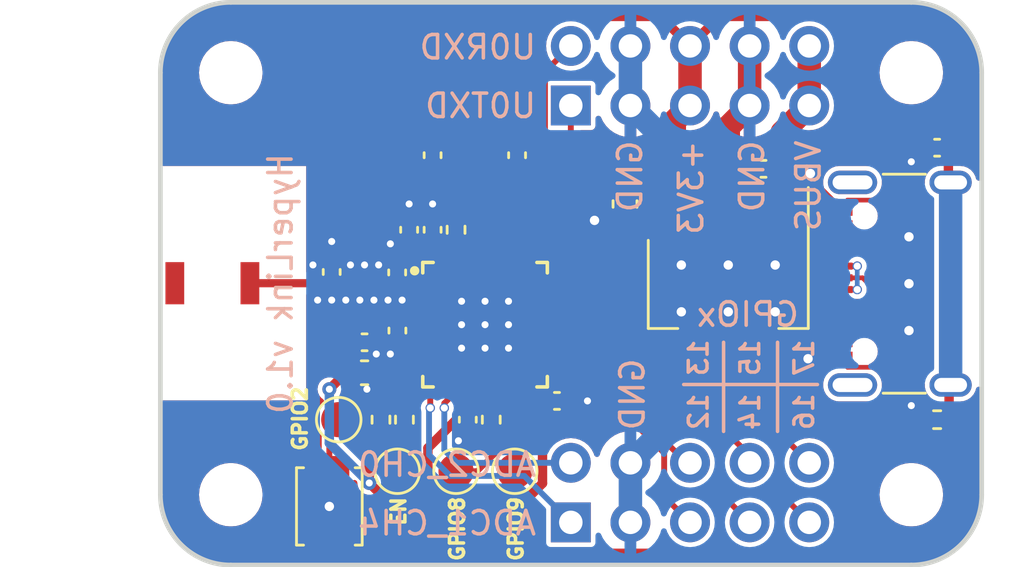
<source format=kicad_pcb>
(kicad_pcb (version 20221018) (generator pcbnew)
  (layers (0 "F.Cu" signal) (31 "B.Cu" signal) (34 "B.Paste" user) (35 "F.Paste" user) (36 "B.SilkS" user "B.Silkscreen") (37 "F.SilkS" user "F.Silkscreen") (38 "B.Mask" user) (39 "F.Mask" user) (44 "Edge.Cuts" user))
  (net 0 "")
  (net 1 "+3V3")
  (net 6 "VBUS")
  (net 7 "GND")
  (net 13 "/USB_D-")
  (net 14 "/USB_D+")
  (net 16 "/GPIO9")
  (net 17 "/GPIO2")
  (net 19 "/EN")
  (net 20 "/RF")
  (net 21 "/ANT")
  (net 22 "/SHIELD")
  (net 23 "/GPIO8")
  (net 24 "/XTAL_P")
  (net 25 "/XTAL_N")
  (net 26 "/XTAL_P_RES")
  (net 27 "/VDD3P3")
  (net 28 "/U0RXD")
  (net 29 "/U0TXD")
  (net 30 "/GPIO12")
  (net 31 "/GPIO13")
  (net 32 "/GPIO14")
  (net 33 "/GPIO15")
  (net 34 "/GPIO16")
  (net 35 "/GPIO17")
  (net 36 "/ADC1_CH4")
  (net 37 "/ADC2_CH0")
  (footprint "TestPoint:TestPoint_Pad_D1.5mm" (layer "F.Cu") (at 126.6 87.8)
    (fp_text reference "TP4" hide)
    (fp_text value "GPIO2" hide)
    (pad "1" smd circle (at 0 0) (size 1.5 1.5) (layers "F.Cu" "F.Mask") (net 17 "/GPIO2"))
  )
  (footprint "MountingHole:MountingHole_2.2mm_M2" (layer "F.Cu") (at 122 73)
    (fp_text reference "H3" hide)
    (fp_text value "MountingHole" hide)
    (pad "" np_thru_hole circle locked (at 0 0) (size 2.2 2.2) (drill 2.2) (layers "*.Cu" "*.Mask"))
  )
  (footprint "Resistor_SMD:R_0402_1005Metric" (layer "F.Cu") (at 129.4 87.8 90)
    (fp_text reference "R4" hide)
    (fp_text value "10k" hide)
    (pad "1" smd roundrect (at -0.51 0 90) (size 0.54 0.64) (layers "F.Cu" "F.Paste" "F.Mask") (net 1 "+3V3"))
    (pad "2" smd roundrect (at 0.51 0 90) (size 0.54 0.64) (layers "F.Cu" "F.Paste" "F.Mask") (net 19 "/EN"))
  )
  (footprint "Capacitor_SMD:C_0402_1005Metric" (layer "F.Cu") (at 135.9 87)
    (fp_text reference "C2" hide)
    (fp_text value "100n" hide)
    (pad "1" smd roundrect (at -0.48 0) (size 0.56 0.62) (layers "F.Cu" "F.Paste" "F.Mask") (net 1 "+3V3"))
    (pad "2" smd roundrect (at 0.48 0) (size 0.56 0.62) (layers "F.Cu" "F.Paste" "F.Mask") (net 7 "GND"))
  )
  (footprint "MountingHole:MountingHole_2.2mm_M2" (layer "F.Cu") (at 151 73)
    (fp_text reference "H2" hide)
    (fp_text value "MountingHole" hide)
    (pad "" np_thru_hole circle locked (at 0 0) (size 2.2 2.2) (drill 2.2) (layers "*.Cu" "*.Mask"))
  )
  (footprint "Capacitor_SMD:C_0402_1005Metric" (layer "F.Cu") (at 130.6 76.52 90)
    (fp_text reference "C5" hide)
    (fp_text value "12pF" hide)
    (pad "1" smd roundrect (at -0.48 0 90) (size 0.56 0.62) (layers "F.Cu" "F.Paste" "F.Mask") (net 24 "/XTAL_P"))
    (pad "2" smd roundrect (at 0.48 0 90) (size 0.56 0.62) (layers "F.Cu" "F.Paste" "F.Mask") (net 7 "GND"))
  )
  (footprint "TestPoint:TestPoint_Pad_D1.5mm" (layer "F.Cu") (at 134.1 90)
    (fp_text reference "TP2" hide)
    (fp_text value "GPIO9" hide)
    (pad "1" smd circle (at 0 0) (size 1.5 1.5) (layers "F.Cu" "F.Mask") (net 16 "/GPIO9"))
  )
  (footprint "Capacitor_SMD:C_0603_1608Metric" (layer "F.Cu") (at 127.7 85.8)
    (fp_text reference "C18" hide)
    (fp_text value "10u" hide)
    (pad "1" smd roundrect (at -0.775 0) (size 0.9 0.95) (layers "F.Cu" "F.Paste" "F.Mask") (net 1 "+3V3"))
    (pad "2" smd roundrect (at 0.775 0) (size 0.9 0.95) (layers "F.Cu" "F.Paste" "F.Mask") (net 7 "GND"))
  )
  (footprint "Capacitor_SMD:C_0402_1005Metric" (layer "F.Cu") (at 126.3 81.5 90)
    (fp_text reference "C14" hide)
    (fp_text value "C" hide)
    (pad "1" smd roundrect (at -0.48 0 90) (size 0.56 0.62) (layers "F.Cu" "F.Paste" "F.Mask") (net 20 "/RF"))
    (pad "2" smd roundrect (at 0.48 0 90) (size 0.56 0.62) (layers "F.Cu" "F.Paste" "F.Mask") (net 7 "GND"))
  )
  (footprint "Capacitor_SMD:C_0402_1005Metric" (layer "F.Cu") (at 130.6 79.7 90)
    (fp_text reference "C4" hide)
    (fp_text value "1u" hide)
    (pad "1" smd roundrect (at -0.48 0 90) (size 0.56 0.62) (layers "F.Cu" "F.Paste" "F.Mask") (net 1 "+3V3"))
    (pad "2" smd roundrect (at 0.48 0 90) (size 0.56 0.62) (layers "F.Cu" "F.Paste" "F.Mask") (net 7 "GND"))
  )
  (footprint "Capacitor_SMD:C_0402_1005Metric" (layer "F.Cu") (at 129.09 81.52 90)
    (fp_text reference "C1" hide)
    (fp_text value "C" hide)
    (pad "1" smd roundrect (at -0.48 0 90) (size 0.56 0.62) (layers "F.Cu" "F.Paste" "F.Mask") (net 21 "/ANT"))
    (pad "2" smd roundrect (at 0.48 0 90) (size 0.56 0.62) (layers "F.Cu" "F.Paste" "F.Mask") (net 7 "GND"))
  )
  (footprint "Inductor_SMD:L_0402_1005Metric" (layer "F.Cu") (at 127.7 81.95)
    (fp_text reference "L1" hide)
    (fp_text value "L" hide)
    (pad "1" smd roundrect (at -0.485 0) (size 0.59 0.64) (layers "F.Cu" "F.Paste" "F.Mask") (net 20 "/RF"))
    (pad "2" smd roundrect (at 0.485 0) (size 0.59 0.64) (layers "F.Cu" "F.Paste" "F.Mask") (net 21 "/ANT"))
  )
  (footprint "Capacitor_SMD:C_0402_1005Metric" (layer "F.Cu") (at 134.2 76.52 -90)
    (fp_text reference "C6" hide)
    (fp_text value "12pF" hide)
    (pad "1" smd roundrect (at -0.48 0 270) (size 0.56 0.62) (layers "F.Cu" "F.Paste" "F.Mask") (net 25 "/XTAL_N"))
    (pad "2" smd roundrect (at 0.48 0 270) (size 0.56 0.62) (layers "F.Cu" "F.Paste" "F.Mask") (net 7 "GND"))
  )
  (footprint "Inductor_SMD:L_0402_1005Metric" (layer "F.Cu") (at 127.7 83.5)
    (fp_text reference "L2" hide)
    (fp_text value "2n" hide)
    (pad "1" smd roundrect (at -0.485 0) (size 0.59 0.64) (layers "F.Cu" "F.Paste" "F.Mask") (net 1 "+3V3"))
    (pad "2" smd roundrect (at 0.485 0) (size 0.59 0.64) (layers "F.Cu" "F.Paste" "F.Mask") (net 27 "/VDD3P3"))
  )
  (footprint "TestPoint:TestPoint_Pad_D1.5mm" (layer "F.Cu") (at 131.6 90)
    (fp_text reference "TP3" hide)
    (fp_text value "GPIO8" hide)
    (pad "1" smd circle (at 0 0) (size 1.5 1.5) (layers "F.Cu" "F.Mask") (net 23 "/GPIO8"))
  )
  (footprint "Connector_USB:USB_C_Receptacle_GCT_USB4105-xx-A_16P_TopMnt_Horizontal" (layer "F.Cu") (at 151.6 82 90)
    (fp_text reference "J1" hide)
    (fp_text value "USB_C_Receptacle_USB2.0" hide)
    (pad "" np_thru_hole circle locked (at -2.89 -2.605 90) (size 0.65 0.65) (drill 0.65) (layers "F&B.Cu" "*.Mask"))
    (pad "" np_thru_hole circle locked (at 2.89 -2.605 90) (size 0.65 0.65) (drill 0.65) (layers "F&B.Cu" "*.Mask"))
    (pad "A1" smd rect locked (at -3.2 -3.68 90) (size 0.6 1.15) (layers "F.Cu" "F.Paste" "F.Mask") (net 7 "GND"))
    (pad "A4" smd rect locked (at -2.4 -3.68 90) (size 0.6 1.15) (layers "F.Cu" "F.Paste" "F.Mask") (net 6 "VBUS"))
    (pad "A5" smd rect locked (at -1.25 -3.68 90) (size 0.3 1.15) (layers "F.Cu" "F.Paste" "F.Mask"))
    (pad "A6" smd rect locked (at -0.25 -3.68 90) (size 0.3 1.15) (layers "F.Cu" "F.Paste" "F.Mask") (net 13 "/USB_D-"))
    (pad "A7" smd rect locked (at 0.25 -3.68 90) (size 0.3 1.15) (layers "F.Cu" "F.Paste" "F.Mask") (net 14 "/USB_D+"))
    (pad "A8" smd rect locked (at 1.25 -3.68 90) (size 0.3 1.15) (layers "F.Cu" "F.Paste" "F.Mask"))
    (pad "A9" smd rect locked (at 2.4 -3.68 90) (size 0.6 1.15) (layers "F.Cu" "F.Paste" "F.Mask") (net 6 "VBUS"))
    (pad "A12" smd rect locked (at 3.2 -3.68 90) (size 0.6 1.15) (layers "F.Cu" "F.Paste" "F.Mask") (net 7 "GND"))
    (pad "B1" smd rect locked (at 3.2 -3.68 90) (size 0.6 1.15) (layers "F.Cu" "F.Paste" "F.Mask") (net 7 "GND"))
    (pad "B4" smd rect locked (at 2.4 -3.68 90) (size 0.6 1.15) (layers "F.Cu" "F.Paste" "F.Mask") (net 6 "VBUS"))
    (pad "B5" smd rect locked (at 1.75 -3.68 90) (size 0.3 1.15) (layers "F.Cu" "F.Paste" "F.Mask"))
    (pad "B6" smd rect locked (at 0.75 -3.68 90) (size 0.3 1.15) (layers "F.Cu" "F.Paste" "F.Mask") (net 13 "/USB_D-"))
    (pad "B7" smd rect locked (at -0.75 -3.68 90) (size 0.3 1.15) (layers "F.Cu" "F.Paste" "F.Mask") (net 14 "/USB_D+"))
    (pad "B8" smd rect locked (at -1.75 -3.68 90) (size 0.3 1.15) (layers "F.Cu" "F.Paste" "F.Mask"))
    (pad "B9" smd rect locked (at -2.4 -3.68 90) (size 0.6 1.15) (layers "F.Cu" "F.Paste" "F.Mask") (net 6 "VBUS"))
    (pad "B12" smd rect locked (at -3.2 -3.68 90) (size 0.6 1.15) (layers "F.Cu" "F.Paste" "F.Mask") (net 7 "GND"))
    (pad "S1" thru_hole oval locked (at -4.32 -3.105 90) (size 1 2.1) (drill oval 0.6 1.7) (layers "*.Cu" "*.Mask" "F.Paste") (net 22 "/SHIELD"))
    (pad "S1" thru_hole oval locked (at -4.32 1.075 90) (size 1 1.8) (drill oval 0.6 1.4) (layers "*.Cu" "*.Mask" "F.Paste") (net 22 "/SHIELD"))
    (pad "S1" thru_hole oval locked (at 4.32 -3.105 90) (size 1 2.1) (drill oval 0.6 1.7) (layers "*.Cu" "*.Mask" "F.Paste") (net 22 "/SHIELD"))
    (pad "S1" thru_hole oval locked (at 4.32 1.075 90) (size 1 1.8) (drill oval 0.6 1.4) (layers "*.Cu" "*.Mask" "F.Paste") (net 22 "/SHIELD"))
  )
  (footprint "Capacitor_SMD:C_0402_1005Metric" (layer "F.Cu") (at 129.1 84 -90)
    (fp_text reference "C15" hide)
    (fp_text value "100n" hide)
    (pad "1" smd roundrect (at -0.48 0 270) (size 0.56 0.62) (layers "F.Cu" "F.Paste" "F.Mask") (net 27 "/VDD3P3"))
    (pad "2" smd roundrect (at 0.48 0 270) (size 0.56 0.62) (layers "F.Cu" "F.Paste" "F.Mask") (net 7 "GND"))
  )
  (footprint "Capacitor_SMD:C_0402_1005Metric" (layer "F.Cu") (at 152.1 76.2 180)
    (fp_text reference "C11" hide)
    (fp_text value "C" hide)
    (pad "1" smd roundrect (at -0.48 0 180) (size 0.56 0.62) (layers "F.Cu" "F.Paste" "F.Mask") (net 22 "/SHIELD"))
    (pad "2" smd roundrect (at 0.48 0 180) (size 0.56 0.62) (layers "F.Cu" "F.Paste" "F.Mask") (net 7 "GND"))
  )
  (footprint "MountingHole:MountingHole_2.2mm_M2" (layer "F.Cu") (at 151 91)
    (fp_text reference "H1" hide)
    (fp_text value "MountingHole" hide)
    (pad "" np_thru_hole circle locked (at 0 0) (size 2.2 2.2) (drill 2.2) (layers "*.Cu" "*.Mask"))
  )
  (footprint "Connector_PinHeader_2.54mm:PinHeader_2x05_P2.54mm_Vertical" (layer "F.Cu") (at 136.49 92.18 90)
    (fp_text reference "J2" hide)
    (fp_text value "Conn_02x05_Odd_Even" hide)
    (pad "1" thru_hole rect locked (at 0 0 90) (size 1.7 1.7) (drill 1) (layers "*.Cu" "*.Mask") (net 36 "/ADC1_CH4"))
    (pad "2" thru_hole oval locked (at 2.54 0 90) (size 1.7 1.7) (drill 1) (layers "*.Cu" "*.Mask") (net 37 "/ADC2_CH0"))
    (pad "3" thru_hole oval locked (at 0 2.54 90) (size 1.7 1.7) (drill 1) (layers "*.Cu" "*.Mask") (net 7 "GND"))
    (pad "4" thru_hole oval locked (at 2.54 2.54 90) (size 1.7 1.7) (drill 1) (layers "*.Cu" "*.Mask") (net 7 "GND"))
    (pad "5" thru_hole oval locked (at 0 5.08 90) (size 1.7 1.7) (drill 1) (layers "*.Cu" "*.Mask") (net 30 "/GPIO12"))
    (pad "6" thru_hole oval locked (at 2.54 5.08 90) (size 1.7 1.7) (drill 1) (layers "*.Cu" "*.Mask") (net 31 "/GPIO13"))
    (pad "7" thru_hole oval locked (at 0 7.62 90) (size 1.7 1.7) (drill 1) (layers "*.Cu" "*.Mask") (net 32 "/GPIO14"))
    (pad "8" thru_hole oval locked (at 2.54 7.62 90) (size 1.7 1.7) (drill 1) (layers "*.Cu" "*.Mask") (net 33 "/GPIO15"))
    (pad "9" thru_hole oval locked (at 0 10.16 90) (size 1.7 1.7) (drill 1) (layers "*.Cu" "*.Mask") (net 34 "/GPIO16"))
    (pad "10" thru_hole oval locked (at 2.54 10.16 90) (size 1.7 1.7) (drill 1) (layers "*.Cu" "*.Mask") (net 35 "/GPIO17"))
  )
  (footprint "Connector_PinHeader_2.54mm:PinHeader_2x05_P2.54mm_Vertical" (layer "F.Cu") (at 136.49 74.4 90)
    (fp_text reference "J3" hide)
    (fp_text value "Conn_02x05_Odd_Even" hide)
    (pad "1" thru_hole rect locked (at 0 0 90) (size 1.7 1.7) (drill 1) (layers "*.Cu" "*.Mask") (net 28 "/U0RXD"))
    (pad "2" thru_hole oval locked (at 2.54 0 90) (size 1.7 1.7) (drill 1) (layers "*.Cu" "*.Mask") (net 29 "/U0TXD"))
    (pad "3" thru_hole oval locked (at 0 2.54 90) (size 1.7 1.7) (drill 1) (layers "*.Cu" "*.Mask") (net 7 "GND"))
    (pad "4" thru_hole oval locked (at 2.54 2.54 90) (size 1.7 1.7) (drill 1) (layers "*.Cu" "*.Mask") (net 7 "GND"))
    (pad "5" thru_hole oval locked (at 0 5.08 90) (size 1.7 1.7) (drill 1) (layers "*.Cu" "*.Mask") (net 1 "+3V3"))
    (pad "6" thru_hole oval locked (at 2.54 5.08 90) (size 1.7 1.7) (drill 1) (layers "*.Cu" "*.Mask") (net 1 "+3V3"))
    (pad "7" thru_hole oval locked (at 0 7.62 90) (size 1.7 1.7) (drill 1) (layers "*.Cu" "*.Mask") (net 7 "GND"))
    (pad "8" thru_hole oval locked (at 2.54 7.62 90) (size 1.7 1.7) (drill 1) (layers "*.Cu" "*.Mask") (net 7 "GND"))
    (pad "9" thru_hole oval locked (at 0 10.16 90) (size 1.7 1.7) (drill 1) (layers "*.Cu" "*.Mask") (net 6 "VBUS"))
    (pad "10" thru_hole oval locked (at 2.54 10.16 90) (size 1.7 1.7) (drill 1) (layers "*.Cu" "*.Mask") (net 6 "VBUS"))
  )
  (footprint "Capacitor_SMD:C_0402_1005Metric" (layer "F.Cu") (at 129.6 79.7 90)
    (fp_text reference "C3" hide)
    (fp_text value "10n" hide)
    (pad "1" smd roundrect (at -0.48 0 90) (size 0.56 0.62) (layers "F.Cu" "F.Paste" "F.Mask") (net 1 "+3V3"))
    (pad "2" smd roundrect (at 0.48 0 90) (size 0.56 0.62) (layers "F.Cu" "F.Paste" "F.Mask") (net 7 "GND"))
  )
  (footprint "Resistor_SMD:R_0402_1005Metric" (layer "F.Cu") (at 133.1 87.8 90)
    (fp_text reference "R2" hide)
    (fp_text value "10k" hide)
    (pad "1" smd roundrect (at -0.51 0 90) (size 0.54 0.64) (layers "F.Cu" "F.Paste" "F.Mask") (net 1 "+3V3"))
    (pad "2" smd roundrect (at 0.51 0 90) (size 0.54 0.64) (layers "F.Cu" "F.Paste" "F.Mask") (net 23 "/GPIO8"))
  )
  (footprint "Capacitor_SMD:C_0402_1005Metric" (layer "F.Cu") (at 144.7 77.1 180)
    (fp_text reference "C12" hide)
    (fp_text value "100n" hide)
    (pad "1" smd roundrect (at -0.48 0 180) (size 0.56 0.62) (layers "F.Cu" "F.Paste" "F.Mask") (net 6 "VBUS"))
    (pad "2" smd roundrect (at 0.48 0 180) (size 0.56 0.62) (layers "F.Cu" "F.Paste" "F.Mask") (net 7 "GND"))
  )
  (footprint "Resistor_SMD:R_0402_1005Metric" (layer "F.Cu") (at 128.4 87.8 90)
    (fp_text reference "R3" hide)
    (fp_text value "10k" hide)
    (pad "1" smd roundrect (at -0.51 0 90) (size 0.54 0.64) (layers "F.Cu" "F.Paste" "F.Mask") (net 1 "+3V3"))
    (pad "2" smd roundrect (at 0.51 0 90) (size 0.54 0.64) (layers "F.Cu" "F.Paste" "F.Mask") (net 17 "/GPIO2"))
  )
  (footprint "Resistor_SMD:R_0402_1005Metric" (layer "F.Cu") (at 131.6 79.7 -90)
    (fp_text reference "R6" hide)
    (fp_text value "R" hide)
    (pad "1" smd roundrect (at -0.51 0 270) (size 0.54 0.64) (layers "F.Cu" "F.Paste" "F.Mask") (net 24 "/XTAL_P"))
    (pad "2" smd roundrect (at 0.51 0 270) (size 0.54 0.64) (layers "F.Cu" "F.Paste" "F.Mask") (net 26 "/XTAL_P_RES"))
  )
  (footprint "encyclopedia_galactica:ABM11W-30.0000MHZ-7-D1X-T3" (layer "F.Cu") (at 132.400001 76.7 180)
    (fp_text reference "Y1" hide)
    (fp_text value "ABM11W-32.0000MHZ-7-D1X-T3 " hide)
    (pad "1" smd rect (at -0.637 -0.487 270) (size 0.775 0.875) (layers "F.Cu" "F.Paste" "F.Mask") (net 7 "GND"))
    (pad "2" smd rect (at 0.637 -0.487 270) (size 0.775 0.875) (layers "F.Cu" "F.Paste" "F.Mask") (net 24 "/XTAL_P"))
    (pad "3" smd rect (at -0.637 0.487 270) (size 0.775 0.875) (layers "F.Cu" "F.Paste" "F.Mask") (net 25 "/XTAL_N"))
    (pad "4" smd rect (at 0.637 0.487 270) (size 0.775 0.875) (layers "F.Cu" "F.Paste" "F.Mask") (net 7 "GND"))
  )
  (footprint "Package_TO_SOT_SMD:SOT-223-3_TabPin2" (layer "F.Cu") (at 143.2 82 -90)
    (fp_text reference "U2" hide)
    (fp_text value "LM2937xMP" hide)
    (pad "1" smd rect locked (at -3.15 -2.3 270) (size 2 1.5) (layers "F.Cu" "F.Paste" "F.Mask") (net 6 "VBUS"))
    (pad "2" smd rect locked (at -3.15 0 270) (size 2 1.5) (layers "F.Cu" "F.Paste" "F.Mask") (net 7 "GND"))
    (pad "2" smd rect locked (at 3.15 0 270) (size 2 3.8) (layers "F.Cu" "F.Paste" "F.Mask") (net 7 "GND"))
    (pad "3" smd rect locked (at -3.15 2.3 270) (size 2 1.5) (layers "F.Cu" "F.Paste" "F.Mask") (net 1 "+3V3"))
  )
  (footprint "Capacitor_SMD:C_0402_1005Metric" (layer "F.Cu") (at 132.1 87.8 -90)
    (fp_text reference "C17" hide)
    (fp_text value "100n" hide)
    (pad "1" smd roundrect (at -0.48 0 270) (size 0.56 0.62) (layers "F.Cu" "F.Paste" "F.Mask") (net 1 "+3V3"))
    (pad "2" smd roundrect (at 0.48 0 270) (size 0.56 0.62) (layers "F.Cu" "F.Paste" "F.Mask") (net 7 "GND"))
  )
  (footprint "MountingHole:MountingHole_2.2mm_M2" (layer "F.Cu") (at 122 91)
    (fp_text reference "H4" hide)
    (fp_text value "MountingHole" hide)
    (pad "" np_thru_hole circle locked (at 0 0) (size 2.2 2.2) (drill 2.2) (layers "*.Cu" "*.Mask"))
  )
  (footprint "encyclopedia_galactica:QFN32_5X5_EXP" (layer "F.Cu") (at 132.834851 83.7487)
    (fp_text reference "U1" hide)
    (fp_text value "ESP32-C3" hide)
    (pad "1" smd rect locked (at -2.4487 -1.749999 90) (size 0.2548 0.757199) (layers "F.Cu" "F.Paste" "F.Mask") (net 21 "/ANT"))
    (pad "2" smd rect locked (at -2.4487 -1.25 90) (size 0.2548 0.757199) (layers "F.Cu" "F.Paste" "F.Mask") (net 27 "/VDD3P3"))
    (pad "3" smd rect locked (at -2.4487 -0.750001 90) (size 0.2548 0.757199) (layers "F.Cu" "F.Paste" "F.Mask") (net 27 "/VDD3P3"))
    (pad "4" smd rect locked (at -2.4487 -0.25 90) (size 0.2548 0.757199) (layers "F.Cu" "F.Paste" "F.Mask"))
    (pad "5" smd rect locked (at -2.4487 0.25 90) (size 0.2548 0.757199) (layers "F.Cu" "F.Paste" "F.Mask"))
    (pad "6" smd rect locked (at -2.4487 0.750001 90) (size 0.2548 0.757199) (layers "F.Cu" "F.Paste" "F.Mask") (net 17 "/GPIO2"))
    (pad "7" smd rect locked (at -2.4487 1.25 90) (size 0.2548 0.757199) (layers "F.Cu" "F.Paste" "F.Mask") (net 19 "/EN"))
    (pad "8" smd rect locked (at -2.4487 1.749999 90) (size 0.2548 0.757199) (layers "F.Cu" "F.Paste" "F.Mask"))
    (pad "9" smd rect locked (at -1.749999 2.4487) (size 0.2548 0.757199) (layers "F.Cu" "F.Paste" "F.Mask") (net 36 "/ADC1_CH4"))
    (pad "10" smd rect locked (at -1.25 2.4487) (size 0.2548 0.757199) (layers "F.Cu" "F.Paste" "F.Mask") (net 37 "/ADC2_CH0"))
    (pad "11" smd rect locked (at -0.750001 2.4487) (size 0.2548 0.757199) (layers "F.Cu" "F.Paste" "F.Mask") (net 1 "+3V3"))
    (pad "12" smd rect locked (at -0.25 2.4487) (size 0.2548 0.757199) (layers "F.Cu" "F.Paste" "F.Mask"))
    (pad "13" smd rect locked (at 0.25 2.4487) (size 0.2548 0.757199) (layers "F.Cu" "F.Paste" "F.Mask"))
    (pad "14" smd rect locked (at 0.750001 2.4487) (size 0.2548 0.757199) (layers "F.Cu" "F.Paste" "F.Mask") (net 23 "/GPIO8"))
    (pad "15" smd rect locked (at 1.25 2.4487) (size 0.2548 0.757199) (layers "F.Cu" "F.Paste" "F.Mask") (net 16 "/GPIO9"))
    (pad "16" smd rect locked (at 1.749999 2.4487) (size 0.2548 0.757199) (layers "F.Cu" "F.Paste" "F.Mask"))
    (pad "17" smd rect locked (at 2.4487 1.749999 90) (size 0.2548 0.757199) (layers "F.Cu" "F.Paste" "F.Mask") (net 1 "+3V3"))
    (pad "18" smd rect locked (at 2.4487 1.25 90) (size 0.2548 0.757199) (layers "F.Cu" "F.Paste" "F.Mask"))
    (pad "19" smd rect locked (at 2.4487 0.750001 90) (size 0.2548 0.757199) (layers "F.Cu" "F.Paste" "F.Mask") (net 30 "/GPIO12"))
    (pad "20" smd rect locked (at 2.4487 0.25 90) (size 0.2548 0.757199) (layers "F.Cu" "F.Paste" "F.Mask") (net 31 "/GPIO13"))
    (pad "21" smd rect locked (at 2.4487 -0.25 90) (size 0.2548 0.757199) (layers "F.Cu" "F.Paste" "F.Mask") (net 32 "/GPIO14"))
    (pad "22" smd rect locked (at 2.4487 -0.750001 90) (size 0.2548 0.757199) (layers "F.Cu" "F.Paste" "F.Mask") (net 33 "/GPIO15"))
    (pad "23" smd rect locked (at 2.4487 -1.25 90) (size 0.2548 0.757199) (layers "F.Cu" "F.Paste" "F.Mask") (net 34 "/GPIO16"))
    (pad "24" smd rect locked (at 2.4487 -1.749999 90) (size 0.2548 0.757199) (layers "F.Cu" "F.Paste" "F.Mask") (net 35 "/GPIO17"))
    (pad "25" smd rect locked (at 1.749999 -2.4487) (size 0.2548 0.757199) (layers "F.Cu" "F.Paste" "F.Mask") (net 13 "/USB_D-"))
    (pad "26" smd rect locked (at 1.25 -2.4487) (size 0.2548 0.757199) (layers "F.Cu" "F.Paste" "F.Mask") (net 14 "/USB_D+"))
    (pad "27" smd rect locked (at 0.750001 -2.4487) (size 0.2548 0.757199) (layers "F.Cu" "F.Paste" "F.Mask") (net 28 "/U0RXD"))
    (pad "28" smd rect locked (at 0.25 -2.4487) (size 0.2548 0.757199) (layers "F.Cu" "F.Paste" "F.Mask") (net 29 "/U0TXD"))
    (pad "29" smd rect locked (at -0.25 -2.4487) (size 0.2548 0.757199) (layers "F.Cu" "F.Paste" "F.Mask") (net 25 "/XTAL_N"))
    (pad "30" smd rect locked (at -0.750001 -2.4487) (size 0.2548 0.757199) (layers "F.Cu" "F.Paste" "F.Mask") (net 26 "/XTAL_P_RES"))
    (pad "31" smd rect locked (at -1.25 -2.4487) (size 0.2548 0.757199) (layers "F.Cu" "F.Paste" "F.Mask") (net 1 "+3V3"))
    (pad "32" smd rect locked (at -1.749999 -2.4487) (size 0.2548 0.757199) (layers "F.Cu" "F.Paste" "F.Mask") (net 1 "+3V3"))
    (pad "33" smd rect locked (at 0 0) (size 3.7592 3.7592) (layers "F.Cu" "F.Mask") (net 7 "GND"))
  )
  (footprint "Capacitor_SMD:C_0402_1005Metric" (layer "F.Cu") (at 127.7 84.5)
    (fp_text reference "C16" hide)
    (fp_text value "100n" hide)
    (pad "1" smd roundrect (at -0.48 0) (size 0.56 0.62) (layers "F.Cu" "F.Paste" "F.Mask") (net 1 "+3V3"))
    (pad "2" smd roundrect (at 0.48 0) (size 0.56 0.62) (layers "F.Cu" "F.Paste" "F.Mask") (net 7 "GND"))
  )
  (footprint "TestPoint:TestPoint_Pad_D1.5mm" (layer "F.Cu") (at 129.1 90)
    (fp_text reference "TP1" hide)
    (fp_text value "EN" hide)
    (pad "1" smd circle (at 0 0) (size 1.5 1.5) (layers "F.Cu" "F.Mask") (net 19 "/EN"))
  )
  (footprint "Capacitor_SMD:C_0603_1608Metric" (layer "F.Cu") (at 138.8 78.6 -90)
    (fp_text reference "C13" hide)
    (fp_text value "10u" hide)
    (pad "1" smd roundrect (at -0.775 0 270) (size 0.9 0.95) (layers "F.Cu" "F.Paste" "F.Mask") (net 1 "+3V3"))
    (pad "2" smd roundrect (at 0.775 0 270) (size 0.9 0.95) (layers "F.Cu" "F.Paste" "F.Mask") (net 7 "GND"))
  )
  (footprint "Button_Switch_SMD:SW_SPST_B3U-1000P" (layer "F.Cu") (at 126.2 91.5 90)
    (fp_text reference "SW1" hide)
    (fp_text value "SW_Push" hide)
    (pad "1" smd rect (at -1.7 0 90) (size 0.9 1.7) (layers "F.Cu" "F.Paste" "F.Mask") (net 7 "GND"))
    (pad "2" smd rect (at 1.7 0 90) (size 0.9 1.7) (layers "F.Cu" "F.Paste" "F.Mask") (net 17 "/GPIO2"))
  )
  (footprint "Resistor_SMD:R_0402_1005Metric" (layer "F.Cu") (at 152.1 87.8 180)
    (fp_text reference "R1" hide)
    (fp_text value "R" hide)
    (pad "1" smd roundrect (at -0.51 0 180) (size 0.54 0.64) (layers "F.Cu" "F.Paste" "F.Mask") (net 22 "/SHIELD"))
    (pad "2" smd roundrect (at 0.51 0 180) (size 0.54 0.64) (layers "F.Cu" "F.Paste" "F.Mask") (net 7 "GND"))
  )
  (footprint "encyclopedia_galactica:2108838-1" (layer "F.Cu") (at 118.715 81.98)
    (fp_text reference "AE1" hide)
    (fp_text value "2108838-1" hide)
    (pad "1" smd rect locked (at 4.1 0) (size 0.8 1.8) (layers "F.Cu" "F.Paste" "F.Mask") (net 20 "/RF"))
    (pad "2" smd rect locked (at 0.9 0) (size 0.8 1.8) (layers "F.Cu" "F.Paste" "F.Mask"))
    (zone (net 0) (net_name "") (layers "*.Cu") (connect_pads (clearance 0)) (min_thickness 0.25)
      (keepout (tracks allowed) (vias not_allowed) (pads allowed) (copperpour not_allowed) (footprints not_allowed))
      (fill (thermal_gap 0.5) (thermal_bridge_width 0.5))
      (polygon (pts (xy 112.215 76.98) (xy 112.215 86.98) (xy 125.215 86.98) (xy 125.215 76.98)))
    )
  )
  (gr_line (start 143 84.5) (end 143 88.3) (stroke (width 0.15)) (layer "B.SilkS"))
  (gr_line (start 145.3 84.5) (end 145.3 88.3) (stroke (width 0.15)) (layer "B.SilkS"))
  (gr_line (start 141.3 86.3) (end 147 86.3) (stroke (width 0.15)) (layer "B.SilkS"))
  (gr_line locked (start 122.000001 94) (end 151 94) (stroke (width 0.2)) (layer "Edge.Cuts"))
  (gr_arc locked (start 154.000002 91.000001) (mid 153.121322 93.121321) (end 151.000002 94.000001) (stroke (width 0.2)) (layer "Edge.Cuts"))
  (gr_line locked (start 119.000001 72.999999) (end 119 91) (stroke (width 0.2)) (layer "Edge.Cuts"))
  (gr_arc locked (start 151.000002 69.999999) (mid 153.121321 70.878679) (end 154.000002 72.999999) (stroke (width 0.2)) (layer "Edge.Cuts"))
  (gr_arc locked (start 122 94.000001) (mid 119.878673 93.121322) (end 119 91.000001) (stroke (width 0.2)) (layer "Edge.Cuts"))
  (gr_line locked (start 154.000003 73) (end 154.000002 91.000001) (stroke (width 0.2)) (layer "Edge.Cuts"))
  (gr_arc locked (start 119.000001 73) (mid 119.878674 70.878667) (end 122.000001 70) (stroke (width 0.2)) (layer "Edge.Cuts"))
  (gr_line locked (start 122.000001 70) (end 151 70) (stroke (width 0.2)) (layer "Edge.Cuts"))
  (gr_text "ADC1_CH4" (at 135.1 92.8) (layer "B.SilkS") (effects (font (size 1 1)) (justify left bottom mirror)))
  (gr_text "GND" (at 139.6 75.8 90) (layer "B.SilkS") (effects (font (size 1 1)) (justify left bottom mirror)))
  (gr_text "12" (at 142.4 86.6 90) (layer "B.SilkS") (effects (font (size 0.8 0.8)) (justify left bottom mirror)))
  (gr_text "GPIOx" (at 146.3 83.9) (layer "B.SilkS") (effects (font (size 1 1)) (justify left bottom mirror)))
  (gr_text "HyperLink v1.0" (at 124.7 76.35 90) (layer "B.SilkS") (effects (font (size 1 1)) (justify left bottom mirror)))
  (gr_text "17" (at 146.9 84.3 90) (layer "B.SilkS") (effects (font (size 0.8 0.8)) (justify left bottom mirror)))
  (gr_text "15" (at 144.6 84.3 90) (layer "B.SilkS") (effects (font (size 0.8 0.8)) (justify left bottom mirror)))
  (gr_text "13" (at 142.4 84.3 90) (layer "B.SilkS") (effects (font (size 0.8 0.8)) (justify left bottom mirror)))
  (gr_text "U0TXD" (at 135.1 75) (layer "B.SilkS") (effects (font (size 1 1)) (justify left bottom mirror)))
  (gr_text "16" (at 146.9 86.6 90) (layer "B.SilkS") (effects (font (size 0.8 0.8)) (justify left bottom mirror)))
  (gr_text "VBUS" (at 147.2 75.8 90) (layer "B.SilkS") (effects (font (size 1 1)) (justify left bottom mirror)))
  (gr_text "+3V3" (at 142.2 75.8 90) (layer "B.SilkS") (effects (font (size 1 1)) (justify left bottom mirror)))
  (gr_text "ADC2_CH0" (at 135.1 90.3) (layer "B.SilkS") (effects (font (size 1 1)) (justify left bottom mirror)))
  (gr_text "U0RXD" (at 135.1 72.5) (layer "B.SilkS") (effects (font (size 1 1)) (justify left bottom mirror)))
  (gr_text "GND" (at 139.7 85.1 90) (layer "B.SilkS") (effects (font (size 1 1)) (justify left bottom mirror)))
  (gr_text "14" (at 144.6 86.6 90) (layer "B.SilkS") (effects (font (size 0.8 0.8)) (justify left bottom mirror)))
  (gr_text "GND" (at 144.8 75.8 90) (layer "B.SilkS") (effects (font (size 1 1)) (justify left bottom mirror)))
  (gr_text "GPIO9" (at 134.5 93.9 90) (layer "F.SilkS") (effects (font (size 0.6 0.6)) (justify left bottom)))
  (gr_text "GPIO2" (at 125.3 89.2 90) (layer "F.SilkS") (effects (font (size 0.6 0.6)) (justify left bottom)))
  (gr_text "GPIO8" (at 132 93.9 90) (layer "F.SilkS") (effects (font (size 0.6 0.6)) (justify left bottom)))
  (gr_text "EN" (at 129.5 92.4 90) (layer "F.SilkS") (effects (font (size 0.6 0.6)) (justify left bottom)))
  (segment (start 132.11 87.32) (end 132.1 87.32) (width 0.4) (layer "F.Cu") (net 1))
  (segment (start 142.83 70.6) (end 147.325 70.6) (width 0.4) (layer "F.Cu") (net 1))
  (segment (start 139.875 77.825) (end 140.9 78.85) (width 0.4) (layer "F.Cu") (net 1))
  (segment (start 131.084852 80.815148) (end 131.092425 80.807575) (width 0.4) (layer "F.Cu") (net 1))
  (segment (start 132.08485 86.1974) (end 132.08485 87.30485) (width 0.4) (layer "F.Cu") (net 1))
  (segment (start 135.283551 90.516449) (end 133.878 91.922) (width 0.4) (layer "F.Cu") (net 1))
  (segment (start 129.528529 80.18) (end 129.6 80.18) (width 0.4) (layer "F.Cu") (net 1))
  (segment (start 130.6 80.18) (end 129.6 80.18) (width 0.4) (layer "F.Cu") (net 1))
  (segment (start 126.9 85.8) (end 126.925 85.8) (width 0.4) (layer "F.Cu") (net 1))
  (segment (start 130.4 89.009562) (end 130.4 91.2) (width 0.4) (layer "F.Cu") (net 1))
  (segment (start 126.2 86.5) (end 126.9 85.8) (width 0.4) (layer "F.Cu") (net 1))
  (segment (start 131.084852 81.3) (end 131.084852 80.815148) (width 0.4) (layer "F.Cu") (net 1))
  (segment (start 127.22 84.5) (end 127.22 85.505) (width 0.4) (layer "F.Cu") (net 1))
  (segment (start 128.963 79.614471) (end 129.528529 80.18) (width 0.4) (layer "F.Cu") (net 1))
  (segment (start 132.2 70.6) (end 128.963 73.837) (width 0.4) (layer "F.Cu") (net 1))
  (segment (start 141.57 74.4) (end 141.57 71.86) (width 1) (layer "F.Cu") (net 1))
  (segment (start 141.57 71.86) (end 140.31 70.6) (width 0.4) (layer "F.Cu") (net 1))
  (segment (start 127.22 85.505) (end 126.925 85.8) (width 0.4) (layer "F.Cu") (net 1))
  (segment (start 147.325 70.6) (end 148.2 71.475) (width 0.4) (layer "F.Cu") (net 1))
  (segment (start 148.2 92.5) (end 147.2 93.5) (width 0.4) (layer "F.Cu") (net 1))
  (segment (start 135.283551 85.498699) (end 135.283551 90.516449) (width 0.4) (layer "F.Cu") (net 1))
  (segment (start 148.2 71.475) (end 148.2 75.2) (width 0.4) (layer "F.Cu") (net 1))
  (segment (start 130.6 80.315149) (end 130.6 80.18) (width 0.4) (layer "F.Cu") (net 1))
  (segment (start 131.092425 80.807575) (end 130.6 80.315149) (width 0.4) (layer "F.Cu") (net 1))
  (segment (start 127.9 90.5) (end 127.9 88.81) (width 0.4) (layer "F.Cu") (net 1))
  (segment (start 131.584851 81.3) (end 131.092425 80.807575) (width 0.4) (layer "F.Cu") (net 1))
  (segment (start 147.2 93.5) (end 135.456 93.5) (width 0.4) (layer "F.Cu") (net 1))
  (segment (start 127.9 90.5) (end 128.6 91.2) (width 0.4) (layer "F.Cu") (net 1))
  (segment (start 133.878 91.922) (end 133.156 91.2) (width 0.4) (layer "F.Cu") (net 1))
  (segment (start 140.9 75.07) (end 141.57 74.4) (width 1) (layer "F.Cu") (net 1))
  (segment (start 141.57 71.86) (end 142.83 70.6) (width 0.4) (layer "F.Cu") (net 1))
  (segment (start 151.7 78.7) (end 151.7 85.3) (width 0.4) (layer "F.Cu") (net 1))
  (segment (start 128.963 73.837) (end 128.963 79.614471) (width 0.4) (layer "F.Cu") (net 1))
  (segment (start 151.7 85.3) (end 148.2 88.8) (width 0.4) (layer "F.Cu") (net 1))
  (segment (start 128.6 91.2) (end 130.4 91.2) (width 0.4) (layer "F.Cu") (net 1))
  (segment (start 133.156 91.2) (end 130.4 91.2) (width 0.4) (layer "F.Cu") (net 1))
  (segment (start 129.4 88.31) (end 128.4 88.31) (width 0.4) (layer "F.Cu") (net 1))
  (segment (start 138.8 77.825) (end 139.875 77.825) (width 0.4) (layer "F.Cu") (net 1))
  (segment (start 127.215 84.495) (end 127.22 84.5) (width 0.4) (layer "F.Cu") (net 1))
  (segment (start 133.1 88.31) (end 132.11 87.32) (width 0.4) (layer "F.Cu") (net 1))
  (segment (start 140.9 78.85) (end 140.9 75.07) (width 1) (layer "F.Cu") (net 1))
  (segment (start 132.1 87.32) (end 132.089562 87.32) (width 0.4) (layer "F.Cu") (net 1))
  (segment (start 140.31 70.6) (end 132.2 70.6) (width 0.4) (layer "F.Cu") (net 1))
  (segment (start 135.456 93.5) (end 133.878 91.922) (width 0.4) (layer "F.Cu") (net 1))
  (segment (start 127.9 88.81) (end 128.4 88.31) (width 0.4) (layer "F.Cu") (net 1))
  (segment (start 148.2 75.2) (end 151.7 78.7) (width 0.4) (layer "F.Cu") (net 1))
  (segment (start 148.2 88.8) (end 148.2 92.5) (width 0.4) (layer "F.Cu") (net 1))
  (segment (start 127.215 83.5) (end 127.215 84.495) (width 0.4) (layer "F.Cu") (net 1))
  (segment (start 132.089562 87.32) (end 130.4 89.009562) (width 0.4) (layer "F.Cu") (net 1))
  (segment (start 132.08485 87.30485) (end 132.1 87.32) (width 0.4) (layer "F.Cu") (net 1))
  (via (at 126.2 86.5) (size 0.6) (drill 0.3) (layers "F.Cu" "B.Cu") (net 1))
  (via (at 127.9 90.5) (size 0.6) (drill 0.3) (layers "F.Cu" "B.Cu") (net 1))
  (segment (start 127.9 90.5) (end 126.2 88.8) (width 0.4) (layer "B.Cu") (net 1))
  (segment (start 126.2 88.8) (end 126.2 86.5) (width 0.4) (layer "B.Cu") (net 1))
  (segment (start 145.5 78.85) (end 145.5 75.55) (width 1) (layer "F.Cu") (net 6))
  (segment (start 147.92 84.4) (end 148.42434 84.4) (width 0.35) (layer "F.Cu") (net 6))
  (segment (start 149.597 80.77266) (end 148.42434 79.6) (width 0.35) (layer "F.Cu") (net 6))
  (segment (start 148.42434 84.4) (end 149.597 83.22734) (width 0.35) (layer "F.Cu") (net 6))
  (segment (start 149.597 83.22734) (end 149.597 80.77266) (width 0.35) (layer "F.Cu") (net 6))
  (segment (start 147.92 79.6) (end 146.25 79.6) (width 0.4) (layer "F.Cu") (net 6))
  (segment (start 148.42434 79.6) (end 147.92 79.6) (width 0.35) (layer "F.Cu") (net 6))
  (segment (start 146.25 79.6) (end 145.5 78.85) (width 0.4) (layer "F.Cu") (net 6))
  (segment (start 146.65 71.86) (end 146.65 74.4) (width 1) (layer "F.Cu") (net 6))
  (segment (start 145.5 75.55) (end 146.65 74.4) (width 1) (layer "F.Cu") (net 6))
  (segment (start 149.334999 85.565) (end 150.9 83.999999) (width 0.2) (layer "F.Cu") (net 7))
  (segment (start 148.285 78.435) (end 149.335001 78.435) (width 0.2) (layer "F.Cu") (net 7))
  (segment (start 147.92 85.2) (end 146.6 85.2) (width 0.35) (layer "F.Cu") (net 7))
  (segment (start 130.6 79.22) (end 130.6 78.6) (width 0.4) (layer "F.Cu") (net 7))
  (segment (start 131.7 88.7) (end 132.1 88.3) (width 0.4) (layer "F.Cu") (net 7))
  (segment (start 147.92 78.8) (end 148.285 78.435) (width 0.2) (layer "F.Cu") (net 7))
  (segment (start 146.7 77.58) (end 147.92 78.8) (width 0.35) (layer "F.Cu") (net 7))
  (segment (start 128.2 84.52) (end 128.18 84.5) (width 0.4) (layer "F.Cu") (net 7))
  (segment (start 144.22 77.83) (end 143.2 78.85) (width 0.4) (layer "F.Cu") (net 7))
  (segment (start 144.11 74.4) (end 144.11 71.86) (width 1) (layer "F.Cu") (net 7))
  (segment (start 146.7 77.3) (end 146.7 77.58) (width 0.35) (layer "F.Cu") (net 7))
  (segment (start 128.8 80.75) (end 129.09 81.04) (width 0.4) (layer "F.Cu") (net 7))
  (segment (start 143.2 76.9) (end 143.2 75.31) (width 1) (layer "F.Cu") (net 7))
  (segment (start 129.6 79.22) (end 129.6 78.6) (width 0.4) (layer "F.Cu") (net 7))
  (segment (start 147.92 85.2) (end 148.285 85.565) (width 0.2) (layer "F.Cu") (net 7))
  (segment (start 148.285 85.565) (end 149.334999 85.565) (width 0.2) (layer "F.Cu") (net 7))
  (segment (start 126.2 93.2) (end 126.2 91.5) (width 0.4) (layer "F.Cu") (net 7))
  (segment (start 128.2 85) (end 128.2 84.52) (width 0.4) (layer "F.Cu") (net 7))
  (segment (start 144.22 77.1) (end 144.22 77.83) (width 0.4) (layer "F.Cu") (net 7))
  (segment (start 143.2 85.15) (end 146.55 85.15) (width 1) (layer "F.Cu") (net 7))
  (segment (start 146.55 85.15) (end 146.6 85.2) (width 1) (layer "F.Cu") (net 7))
  (segment (start 128.475 85.825) (end 128.475 85.8) (width 0.4) (layer "F.Cu") (net 7))
  (segment (start 126.3 80.2) (end 126.3 81.02) (width 0.4) (layer "F.Cu") (net 7))
  (segment (start 151.59 87.8) (end 151.59 87.79) (width 0.4) (layer "F.Cu") (net 7))
  (segment (start 137.575 79.375) (end 137.5 79.3) (width 0.4) (layer "F.Cu") (net 7))
  (segment (start 136.38 87) (end 137.2 87) (width 0.4) (layer "F.Cu") (net 7))
  (segment (start 143.2 75.31) (end 144.11 74.4) (width 1) (layer "F.Cu") (net 7))
  (segment (start 127.8 86.5) (end 128.475 85.825) (width 0.4) (layer "F.Cu") (net 7))
  (segment (start 143.2 78.85) (end 143.2 76.9) (width 1) (layer "F.Cu") (net 7))
  (segment (start 151.59 87.79) (end 151 87.2) (width 0.4) (layer "F.Cu") (net 7))
  (segment (start 151.6 76.2) (end 151 76.8) (width 0.4) (layer "F.Cu") (net 7))
  (segment (start 151.62 76.2) (end 151.6 76.2) (width 0.4) (layer "F.Cu") (net 7))
  (segment (start 149.335001 78.435) (end 150.9 79.999999) (width 0.2) (layer "F.Cu") (net 7))
  (segment (start 128.8 80.3) (end 128.8 80.75) (width 0.4) (layer "F.Cu") (net 7))
  (segment (start 128.799503 85) (end 128.799503 84.780497) (width 0.4) (layer "F.Cu") (net 7))
  (segment (start 128.799503 84.780497) (end 129.1 84.48) (width 0.4) (layer "F.Cu") (net 7))
  (segment (start 132.1 88.3) (end 132.1 88.28) (width 0.4) (layer "F.Cu") (net 7))
  (segment (start 138.8 79.375) (end 137.575 79.375) (width 0.4) (layer "F.Cu") (net 7))
  (via (at 128.8 80.3) (size 0.4) (drill 0.3) (layers "F.Cu" "B.Cu") (net 7))
  (via (at 126.9 82.7) (size 0.4) (drill 0.3) (layers "F.Cu" "B.Cu") (net 7))
  (via (at 143.2 81.2035) (size 0.9) (drill 0.4) (layers "F.Cu" "B.Cu") (net 7))
  (via (at 141.2 83.2) (size 0.9) (drill 0.4) (layers "F.Cu" "B.Cu") (net 7))
  (via (at 128.1 82.7) (size 0.4) (drill 0.3) (layers "F.Cu" "B.Cu") (net 7))
  (via (at 141.2 81.2035) (size 0.9) (drill 0.4) (layers "F.Cu" "B.Cu") (net 7))
  (via (at 146.7 77.3) (size 0.9) (drill 0.4) (layers "F.Cu" "B.Cu") (net 7))
  (via (at 133.834851 84.7487) (size 0.4) (drill 0.3) (layers "F.Cu" "B.Cu") (net 7))
  (via (at 132.834851 83.7487) (size 0.4) (drill 0.3) (layers "F.Cu" "B.Cu") (net 7))
  (via (at 145.2 83.2) (size 0.9) (drill 0.4) (layers "F.Cu" "B.Cu") (net 7))
  (via (at 131.834851 84.7487) (size 0.4) (drill 0.3) (layers "F.Cu" "B.Cu") (net 7))
  (via (at 127.5 82.7) (size 0.4) (drill 0.3) (layers "F.Cu" "B.Cu") (net 7))
  (via (at 131.834851 83.7487) (size 0.4) (drill 0.3) (layers "F.Cu" "B.Cu") (net 7))
  (via (at 132.834851 82.7487) (size 0.4) (drill 0.3) (layers "F.Cu" "B.Cu") (net 7))
  (via (at 137.2 87) (size 0.4) (drill 0.3) (layers "F.Cu" "B.Cu") (net 7))
  (via (at 126.2 91.5) (size 0.9) (drill 0.4) (layers "F.Cu" "B.Cu") (net 7))
  (via (at 128.799503 85) (size 0.4) (drill 0.3) (layers "F.Cu" "B.Cu") (net 7))
  (via (at 145.2 81.2035) (size 0.9) (drill 0.4) (layers "F.Cu" "B.Cu") (net 7))
  (via (at 133.834851 83.7487) (size 0.4) (drill 0.3) (layers "F.Cu" "B.Cu") (net 7))
  (via (at 131.834851 82.7487) (size 0.4) (drill 0.3) (layers "F.Cu" "B.Cu") (net 7))
  (via (at 127.1 81.2) (size 0.4) (drill 0.3) (layers "F.Cu" "B.Cu") (net 7))
  (via (at 128.7 82.7) (size 0.4) (drill 0.3) (layers "F.Cu" "B.Cu") (net 7))
  (via (at 143.2 83.2) (size 0.9) (drill 0.4) (layers "F.Cu" "B.Cu") (net 7))
  (via (at 150.9 83.999999) (size 0.9) (drill 0.4) (layers "F.Cu" "B.Cu") (net 7))
  (via (at 150.9 79.999999) (size 0.9) (drill 0.4) (layers "F.Cu" "B.Cu") (net 7))
  (via (at 129.6 78.6) (size 0.4) (drill 0.3) (layers "F.Cu" "B.Cu") (net 7))
  (via (at 150.9 82) (size 0.9) (drill 0.4) (layers "F.Cu" "B.Cu") (net 7))
  (via (at 132.834851 84.7487) (size 0.4) (drill 0.3) (layers "F.Cu" "B.Cu") (net 7))
  (via (at 130.6 78.6) (size 0.4) (drill 0.3) (layers "F.Cu" "B.Cu") (net 7))
  (via (at 146.6 85.2) (size 0.9) (drill 0.4) (layers "F.Cu" "B.Cu") (net 7))
  (via (at 125.7 82.7) (size 0.4) (drill 0.3) (layers "F.Cu" "B.Cu") (net 7))
  (via (at 128.2 85) (size 0.4) (drill 0.3) (layers "F.Cu" "B.Cu") (net 7))
  (via (at 129.3 82.7) (size 0.4) (drill 0.3) (layers "F.Cu" "B.Cu") (net 7))
  (via (at 137.5 79.3) (size 0.9) (drill 0.4) (layers "F.Cu" "B.Cu") (net 7))
  (via (at 126.3 80.2) (size 0.4) (drill 0.3) (layers "F.Cu" "B.Cu") (net 7))
  (via (at 133.834851 82.7487) (size 0.4) (drill 0.3) (layers "F.Cu" "B.Cu") (net 7))
  (via (at 126.3 82.7) (size 0.4) (drill 0.3) (layers "F.Cu" "B.Cu") (net 7))
  (via (at 125.5 81.2) (size 0.4) (drill 0.3) (layers "F.Cu" "B.Cu") (net 7))
  (via (at 131.7 88.7) (size 0.4) (drill 0.3) (layers "F.Cu" "B.Cu") (net 7))
  (via (at 151 76.8) (size 0.6) (drill 0.3) (layers "F.Cu" "B.Cu") (net 7))
  (via (at 127.7 81.2) (size 0.4) (drill 0.3) (layers "F.Cu" "B.Cu") (net 7))
  (via (at 128.3 81.2) (size 0.4) (drill 0.3) (layers "F.Cu" "B.Cu") (net 7))
  (via (at 127.8 86.5) (size 0.6) (drill 0.3) (layers "F.Cu" "B.Cu") (net 7))
  (via (at 151 87.2) (size 0.6) (drill 0.3) (layers "F.Cu" "B.Cu") (net 7))
  (segment (start 139.03 74.4) (end 141.93 77.3) (width 1) (layer "B.Cu") (net 7))
  (segment (start 139.03 92.18) (end 139.03 89.64) (width 1) (layer "B.Cu") (net 7))
  (segment (start 151 79.899999) (end 150.9 79.999999) (width 0.4) (layer "B.Cu") (net 7))
  (segment (start 151 87.2) (end 151 84.099999) (width 0.4) (layer "B.Cu") (net 7))
  (segment (start 139.03 74.4) (end 139.03 71.86) (width 1) (layer "B.Cu") (net 7))
  (segment (start 151 76.8) (end 151 79.899999) (width 0.4) (layer "B.Cu") (net 7))
  (segment (start 141.93 77.3) (end 146.7 77.3) (width 1) (layer "B.Cu") (net 7))
  (segment (start 143.47 85.2) (end 146.6 85.2) (width 1) (layer "B.Cu") (net 7))
  (segment (start 139.03 89.64) (end 143.47 85.2) (width 1) (layer "B.Cu") (net 7))
  (segment (start 151 84.099999) (end 150.9 83.999999) (width 0.4) (layer "B.Cu") (net 7))
  (segment (start 134.6 80.788099) (end 134.861099 80.527) (width 0.2) (layer "F.Cu") (net 13))
  (segment (start 134.58485 81.3) (end 134.6 81.28485) (width 0.2) (layer "F.Cu") (net 13))
  (segment (start 147.35 82.25) (end 147.92 82.25) (width 0.2) (layer "F.Cu") (net 13))
  (segment (start 145.627 80.527) (end 147.35 82.25) (width 0.2) (layer "F.Cu") (net 13))
  (segment (start 134.6 81.28485) (end 134.6 80.788099) (width 0.2) (layer "F.Cu") (net 13))
  (segment (start 148.695 81.25) (end 147.92 81.25) (width 0.25) (layer "F.Cu") (net 13))
  (segment (start 134.861099 80.527) (end 145.627 80.527) (width 0.2) (layer "F.Cu") (net 13))
  (segment (start 148.695 82.25) (end 147.92 82.25) (width 0.25) (layer "F.Cu") (net 13))
  (via (at 148.695 81.25) (size 0.4) (drill 0.3) (layers "F.Cu" "B.Cu") (net 13))
  (via (at 148.695 82.25) (size 0.4) (drill 0.3) (layers "F.Cu" "B.Cu") (net 13))
  (segment (start 148.695 82.25) (end 148.695 81.25) (width 0.2) (layer "B.Cu") (net 13))
  (segment (start 149.195 82.02) (end 149.195 82.52) (width 0.2) (layer "F.Cu") (net 14))
  (segment (start 134.551699 80.2) (end 145.7841 80.2) (width 0.2) (layer "F.Cu") (net 14))
  (segment (start 148.965 82.75) (end 147.92 82.75) (width 0.2) (layer "F.Cu") (net 14))
  (segment (start 148.925 81.75) (end 149.195 82.02) (width 0.2) (layer "F.Cu") (net 14))
  (segment (start 147.92 81.75) (end 147.3341 81.75) (width 0.2) (layer "F.Cu") (net 14))
  (segment (start 147.92 81.75) (end 148.925 81.75) (width 0.2) (layer "F.Cu") (net 14))
  (segment (start 145.7841 80.2) (end 147.3341 81.75) (width 0.2) (layer "F.Cu") (net 14))
  (segment (start 134.551699 80.2) (end 134.084851 80.666848) (width 0.2) (layer "F.Cu") (net 14))
  (segment (start 134.084851 80.666848) (end 134.084851 81.3) (width 0.2) (layer "F.Cu") (net 14))
  (segment (start 149.195 82.52) (end 148.965 82.75) (width 0.2) (layer "F.Cu") (net 14))
  (segment (start 134.084851 86.1974) (end 134.084851 87.351692) (width 0.25) (layer "F.Cu") (net 16))
  (segment (start 134.177 87.443841) (end 134.177 89.923) (width 0.25) (layer "F.Cu") (net 16))
  (segment (start 134.177 89.923) (end 134.1 90) (width 0.25) (layer "F.Cu") (net 16))
  (segment (start 134.084851 87.351692) (end 134.177 87.443841) (width 0.25) (layer "F.Cu") (net 16))
  (segment (start 126.2 88.2) (end 126.6 87.8) (width 0.25) (layer "F.Cu") (net 17))
  (segment (start 127.11 87.29) (end 126.6 87.8) (width 0.25) (layer "F.Cu") (net 17))
  (segment (start 128.4 87.29) (end 127.11 87.29) (width 0.25) (layer "F.Cu") (net 17))
  (segment (start 129.323 86.367) (end 128.4 87.29) (width 0.2) (layer "F.Cu") (net 17))
  (segment (start 126.2 89.8) (end 126.2 88.2) (width 0.25) (layer "F.Cu") (net 17))
  (segment (start 129.323 85.190703) (end 129.323 86.367) (width 0.2) (layer "F.Cu") (net 17))
  (segment (start 130.386151 84.498701) (end 130.015002 84.498701) (width 0.2) (layer "F.Cu") (net 17))
  (segment (start 130.015002 84.498701) (end 129.323 85.190703) (width 0.2) (layer "F.Cu") (net 17))
  (segment (start 129.947 89.153) (end 129.1 90) (width 0.2) (layer "F.Cu") (net 19))
  (segment (start 129.947 87.747) (end 129.947 89.153) (width 0.2) (layer "F.Cu") (net 19))
  (segment (start 129.977451 84.9987) (end 129.65 85.326151) (width 0.2) (layer "F.Cu") (net 19))
  (segment (start 130.386151 84.9987) (end 129.977451 84.9987) (width 0.2) (layer "F.Cu") (net 19))
  (segment (start 129.65 87.45) (end 129.947 87.747) (width 0.2) (layer "F.Cu") (net 19))
  (segment (start 129.65 85.326151) (end 129.65 87.45) (width 0.2) (layer "F.Cu") (net 19))
  (segment (start 127.185 81.98) (end 122.815 81.98) (width 0.35) (layer "F.Cu") (net 20))
  (segment (start 127.215 81.95) (end 127.185 81.98) (width 0.35) (layer "F.Cu") (net 20))
  (segment (start 128.2317 81.9967) (end 130.386151 81.9967) (width 0.35) (layer "F.Cu") (net 21))
  (segment (start 128.185 81.95) (end 128.2317 81.9967) (width 0.35) (layer "F.Cu") (net 21))
  (segment (start 152.61 87.8) (end 152.61 86.385) (width 0.4) (layer "F.Cu") (net 22))
  (segment (start 152.61 86.385) (end 152.675 86.32) (width 0.4) (layer "F.Cu") (net 22))
  (segment (start 152.58 76.2) (end 152.58 77.585) (width 0.4) (layer "F.Cu") (net 22))
  (segment (start 152.58 77.585) (end 152.675 77.68) (width 0.4) (layer "F.Cu") (net 22))
  (segment (start 152.675 86.32) (end 152.675 77.68) (width 1) (layer "B.Cu") (net 22))
  (segment (start 133.584852 87.384852) (end 133.584852 86.1974) (width 0.25) (layer "F.Cu") (net 23))
  (segment (start 133.8 88.7) (end 133.8 87.6) (width 0.25) (layer "F.Cu") (net 23))
  (segment (start 133.1 87.29) (end 133.49 87.29) (width 0.25) (layer "F.Cu") (net 23))
  (segment (start 131.6 90) (end 132.5 90) (width 0.25) (layer "F.Cu") (net 23))
  (segment (start 133.49 87.29) (end 133.584852 87.384852) (width 0.25) (layer "F.Cu") (net 23))
  (segment (start 132.5 90) (end 133.8 88.7) (width 0.25) (layer "F.Cu") (net 23))
  (segment (start 133.8 87.6) (end 133.584852 87.384852) (width 0.25) (layer "F.Cu") (net 23))
  (segment (start 132.08485 80.69485) (end 131.6 80.21) (width 0.25) (layer "F.Cu") (net 26))
  (segment (start 132.08485 81.3) (end 132.08485 80.69485) (width 0.25) (layer "F.Cu") (net 26))
  (segment (start 128.185 83.5) (end 129.08 83.5) (width 0.4) (layer "F.Cu") (net 27))
  (segment (start 129.898699 82.998699) (end 129.892425 82.992425) (width 0.4) (layer "F.Cu") (net 27))
  (segment (start 130.386151 82.4987) (end 129.892425 82.992425) (width 0.4) (layer "F.Cu") (net 27))
  (segment (start 130.386151 82.998699) (end 129.898699 82.998699) (width 0.4) (layer "F.Cu") (net 27))
  (segment (start 129.08 83.5) (end 129.1 83.52) (width 0.4) (layer "F.Cu") (net 27))
  (segment (start 129.364851 83.52) (end 129.1 83.52) (width 0.4) (layer "F.Cu") (net 27))
  (segment (start 129.892425 82.992425) (end 129.364851 83.52) (width 0.4) (layer "F.Cu") (net 27))
  (segment (start 133.584852 80.515148) (end 136.49 77.61) (width 0.25) (layer "F.Cu") (net 28))
  (segment (start 133.584852 81.3) (end 133.584852 80.515148) (width 0.25) (layer "F.Cu") (net 28))
  (segment (start 136.49 77.61) (end 136.49 74.4) (width 0.25) (layer "F.Cu") (net 28))
  (segment (start 133.084851 81.3) (end 133.084851 80.365149) (width 0.25) (layer "F.Cu") (net 29))
  (segment (start 133.084851 80.365149) (end 135.388 78.062) (width 0.25) (layer "F.Cu") (net 29))
  (segment (start 135.388 78.062) (end 135.388 72.962) (width 0.25) (layer "F.Cu") (net 29))
  (segment (start 135.388 72.962) (end 136.49 71.86) (width 0.25) (layer "F.Cu") (net 29))
  (segment (start 135.283551 84.498701) (end 135.74636 84.498701) (width 0.25) (layer "F.Cu") (net 30))
  (segment (start 140.468 89.220341) (end 140.468 91.078) (width 0.25) (layer "F.Cu") (net 30))
  (segment (start 140.468 91.078) (end 141.57 92.18) (width 0.25) (layer "F.Cu") (net 30))
  (segment (start 135.74636 84.498701) (end 140.468 89.220341) (width 0.25) (layer "F.Cu") (net 30))
  (segment (start 135.779517 83.9987) (end 141.420817 89.64) (width 0.25) (layer "F.Cu") (net 31))
  (segment (start 141.420817 89.64) (end 141.57 89.64) (width 0.25) (layer "F.Cu") (net 31))
  (segment (start 135.283551 83.9987) (end 135.779517 83.9987) (width 0.25) (layer "F.Cu") (net 31))
  (segment (start 135.283551 83.4987) (end 135.812675 83.4987) (width 0.25) (layer "F.Cu") (net 32))
  (segment (start 142.9 90.97) (end 144.11 92.18) (width 0.25) (layer "F.Cu") (net 32))
  (segment (start 142.254 88) (end 142.9 88.646) (width 0.25) (layer "F.Cu") (net 32))
  (segment (start 140.313975 88) (end 142.254 88) (width 0.25) (layer "F.Cu") (net 32))
  (segment (start 142.9 88.646) (end 142.9 90.97) (width 0.25) (layer "F.Cu") (net 32))
  (segment (start 135.812675 83.4987) (end 140.313975 88) (width 0.25) (layer "F.Cu") (net 32))
  (segment (start 142.387158 87.6) (end 144.11 89.322842) (width 0.25) (layer "F.Cu") (net 33))
  (segment (start 135.845832 82.998699) (end 140.447133 87.6) (width 0.25) (layer "F.Cu") (net 33))
  (segment (start 135.283551 82.998699) (end 135.845832 82.998699) (width 0.25) (layer "F.Cu") (net 33))
  (segment (start 144.11 89.322842) (end 144.11 89.64) (width 0.25) (layer "F.Cu") (net 33))
  (segment (start 140.447133 87.6) (end 142.387158 87.6) (width 0.25) (layer "F.Cu") (net 33))
  (segment (start 145.4 90.93) (end 146.65 92.18) (width 0.25) (layer "F.Cu") (net 34))
  (segment (start 135.283551 82.4987) (end 135.878991 82.4987) (width 0.25) (layer "F.Cu") (net 34))
  (segment (start 143.5 87.1) (end 145.4 89) (width 0.25) (layer "F.Cu") (net 34))
  (segment (start 145.4 89) (end 145.4 90.93) (width 0.25) (layer "F.Cu") (net 34))
  (segment (start 140.480291 87.1) (end 143.5 87.1) (width 0.25) (layer "F.Cu") (net 34))
  (segment (start 135.878991 82.4987) (end 140.480291 87.1) (width 0.25) (layer "F.Cu") (net 34))
  (segment (start 143.61 86.6) (end 146.65 89.64) (width 0.25) (layer "F.Cu") (net 35))
  (segment (start 135.91215 81.998701) (end 140.513449 86.6) (width 0.25) (layer "F.Cu") (net 35))
  (segment (start 140.513449 86.6) (end 143.61 86.6) (width 0.25) (layer "F.Cu") (net 35))
  (segment (start 135.283551 81.998701) (end 135.91215 81.998701) (width 0.25) (layer "F.Cu") (net 35))
  (segment (start 130.5 87.3) (end 130.5 86.782252) (width 0.25) (layer "F.Cu") (net 36))
  (segment (start 130.5 86.782252) (end 131.084852 86.1974) (width 0.25) (layer "F.Cu") (net 36))
  (via (at 130.5 87.3) (size 0.4) (drill 0.3) (layers "F.Cu" "B.Cu") (net 36))
  (segment (start 130.448 89.298) (end 131.35 90.2) (width 0.25) (layer "B.Cu") (net 36))
  (segment (start 130.448 87.352) (end 130.448 89.298) (width 0.25) (layer "B.Cu") (net 36))
  (segment (start 130.5 87.3) (end 130.448 87.352) (width 0.25) (layer "B.Cu") (net 36))
  (segment (start 134.51 90.2) (end 136.49 92.18) (width 0.25) (layer "B.Cu") (net 36))
  (segment (start 131.35 90.2) (end 134.51 90.2) (width 0.25) (layer "B.Cu") (net 36))
  (segment (start 131.099503 87.3) (end 131.099503 87.100248) (width 0.25) (layer "F.Cu") (net 37))
  (segment (start 131.099503 87.100248) (end 131.584851 86.6149) (width 0.25) (layer "F.Cu") (net 37))
  (segment (start 131.584851 86.6149) (end 131.584851 86.1974) (width 0.25) (layer "F.Cu") (net 37))
  (via (at 131.099503 87.3) (size 0.4) (drill 0.3) (layers "F.Cu" "B.Cu") (net 37))
  (segment (start 131.099503 87.3) (end 131.099503 89.099503) (width 0.25) (layer "B.Cu") (net 37))
  (segment (start 131.64 89.64) (end 136.49 89.64) (width 0.25) (layer "B.Cu") (net 37))
  (segment (start 131.099503 89.099503) (end 131.64 89.64) (width 0.25) (layer "B.Cu") (net 37))
  (zone locked (net 7) (net_name "GND") (layer "F.Cu") (priority 2) (connect_pads (clearance 0.2)) (min_thickness 0.25) (fill yes (thermal_gap 0.5) (thermal_bridge_width 0.5))
    (polygon (pts (xy 119 76.98) (xy 119 70) (xy 154 70) (xy 154 94) (xy 119 94) (xy 119 86.98) (xy 125.215 86.98) (xy 125.215 76.98)))
  )
  (zone (net 7) (net_name "GND") (layer "B.Cu") (connect_pads (clearance 0.2)) (min_thickness 0.25) (fill yes (thermal_gap 0.5) (thermal_bridge_width 0.5))
    (polygon (pts (xy 119 70) (xy 154 70) (xy 154 94) (xy 119 94)))
  )
)
</source>
